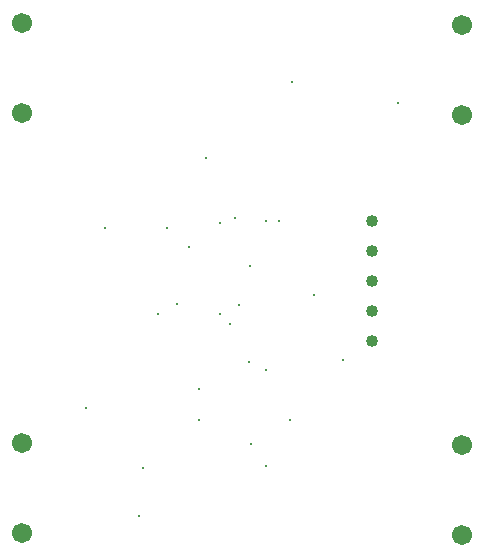
<source format=gbr>
%
M48
M72
T01C0.0118
T02C0.0400
T03C0.0670
%
T01
X4820Y5860
X6740Y3860
X6580Y2260
X8580Y5460
X8580Y6500
X10260Y7380
X10820Y7140
X9620Y8660
X9300Y8980
X9940Y9300
X10300Y10580
X10820Y12100
X11260Y12100
X9780Y12180
X9300Y12020
X8260Y11220
X7540Y11860
X5460Y11860
X7860Y9318
X7220Y8980
X10340Y4660
X10820Y3940
X11620Y5460
X13380Y7460
X12420Y9620
X8820Y14180
X11700Y16740
X15220Y16020
T02
X14369Y12081
X14369Y11081
X14369Y10081
X14369Y9081
X14369Y8081
T03
X2680Y1690
X2680Y4690
X2680Y15690
X2680Y18690
X17369Y18640
X17369Y15640
X17369Y4640
X17369Y1640
M30

</source>
